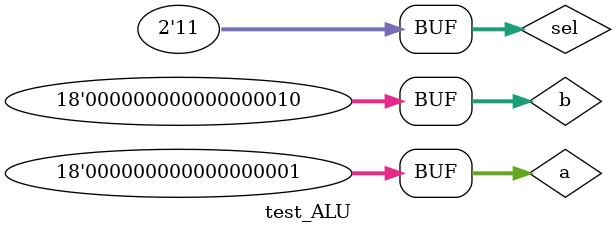
<source format=v>
`timescale 1ns / 1ps


module test_ALU;

	// Inputs
	reg [17:0] a;
	reg [17:0] b;
	reg [1:0] sel;

	// Outputs
	wire [17:0] c;
	wire z;

	// Instantiate the Unit Under Test (UUT)
	Alu uut (
		.a(a), 
		.b(b), 
		.sel(sel), 
		.c(c), 
		.z(z)
	);

	initial begin
		// Initialize Inputs
		a = 0;
		a = 1;
		b = 2;
		sel = 0;
		
		// Wait 100 ns for global reset to finish
		#100;
        
		a = 1;
		b = 2;
		sel = 1;
		
		// Wait 100 ns for global reset to finish
		#100;
      
		a = 1;
		b = 2;
		sel = 2;
		
		// Wait 100 ns for global reset to finish
		#100;
        
		a = 1;
		b = 2;
		sel = 3;
		// Wait 100 ns for global reset to finish
		#100;
		// Add stimulus here
	end
      
endmodule


</source>
